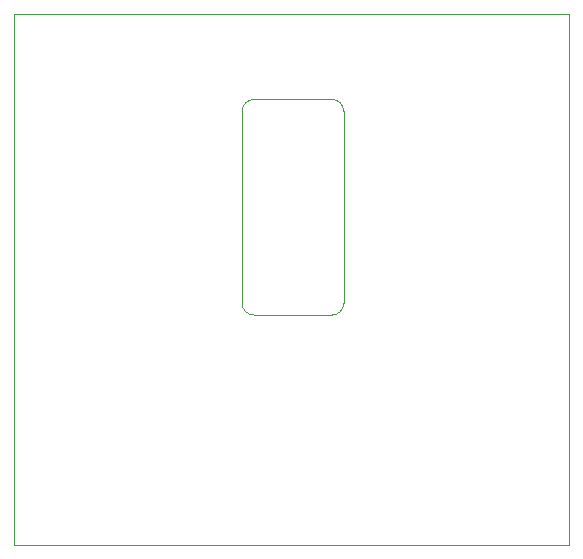
<source format=gbr>
%TF.GenerationSoftware,KiCad,Pcbnew,9.0.5*%
%TF.CreationDate,2025-10-27T23:23:53+01:00*%
%TF.ProjectId,mouse,6d6f7573-652e-46b6-9963-61645f706362,rev?*%
%TF.SameCoordinates,Original*%
%TF.FileFunction,Profile,NP*%
%FSLAX46Y46*%
G04 Gerber Fmt 4.6, Leading zero omitted, Abs format (unit mm)*
G04 Created by KiCad (PCBNEW 9.0.5) date 2025-10-27 23:23:53*
%MOMM*%
%LPD*%
G01*
G04 APERTURE LIST*
%TA.AperFunction,Profile*%
%ADD10C,0.050000*%
%TD*%
%TA.AperFunction,Profile*%
%ADD11C,0.120000*%
%TD*%
G04 APERTURE END LIST*
D10*
X160000000Y-77700000D02*
X207000000Y-77700000D01*
X207000000Y-122700000D01*
X160000000Y-122700000D01*
X160000000Y-77700000D01*
D11*
%TO.C,OpticalSensor1*%
X179300000Y-102200001D02*
X179300000Y-85940001D01*
X186900000Y-84940001D02*
X180300000Y-84940001D01*
X186900000Y-103200001D02*
X180300000Y-103200001D01*
X187900000Y-102200001D02*
X187900000Y-85940001D01*
X179300000Y-85940001D02*
G75*
G02*
X180300000Y-84940001I1000003J-3D01*
G01*
X180300000Y-103200001D02*
G75*
G02*
X179300006Y-102200001I3J999997D01*
G01*
X186900000Y-84940001D02*
G75*
G02*
X187900000Y-85940001I1J-999999D01*
G01*
X187900000Y-102200001D02*
G75*
G02*
X186900000Y-103200001I-999999J-1D01*
G01*
%TD*%
M02*

</source>
